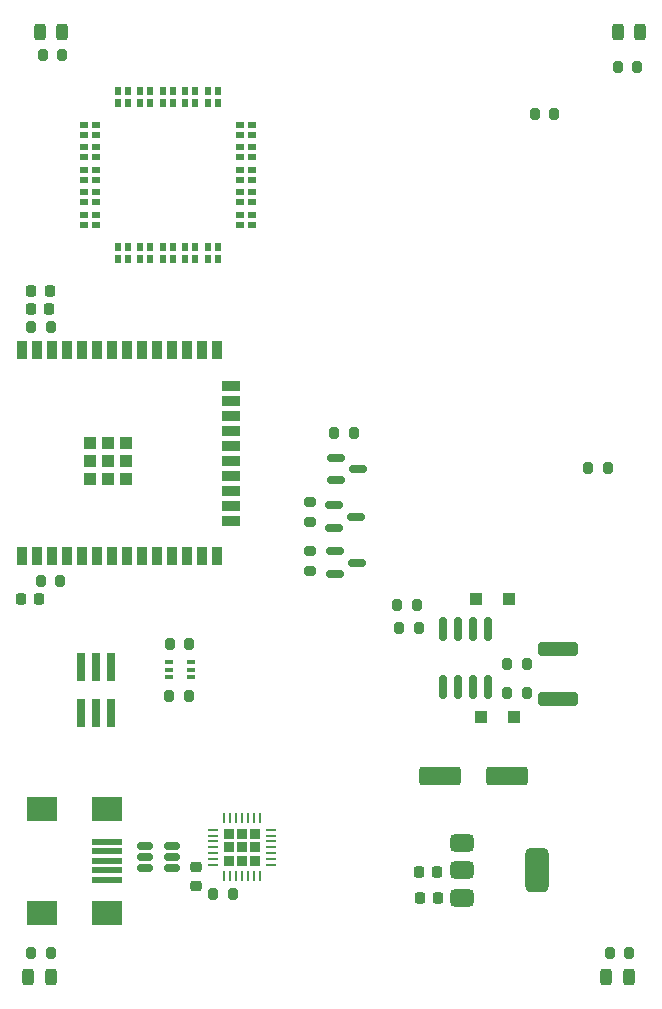
<source format=gbr>
%TF.GenerationSoftware,KiCad,Pcbnew,9.0.1*%
%TF.CreationDate,2025-09-21T13:40:19+02:00*%
%TF.ProjectId,TocBoatReceiver,546f6342-6f61-4745-9265-636569766572,rev?*%
%TF.SameCoordinates,Original*%
%TF.FileFunction,Paste,Top*%
%TF.FilePolarity,Positive*%
%FSLAX46Y46*%
G04 Gerber Fmt 4.6, Leading zero omitted, Abs format (unit mm)*
G04 Created by KiCad (PCBNEW 9.0.1) date 2025-09-21 13:40:19*
%MOMM*%
%LPD*%
G01*
G04 APERTURE LIST*
G04 Aperture macros list*
%AMRoundRect*
0 Rectangle with rounded corners*
0 $1 Rounding radius*
0 $2 $3 $4 $5 $6 $7 $8 $9 X,Y pos of 4 corners*
0 Add a 4 corners polygon primitive as box body*
4,1,4,$2,$3,$4,$5,$6,$7,$8,$9,$2,$3,0*
0 Add four circle primitives for the rounded corners*
1,1,$1+$1,$2,$3*
1,1,$1+$1,$4,$5*
1,1,$1+$1,$6,$7*
1,1,$1+$1,$8,$9*
0 Add four rect primitives between the rounded corners*
20,1,$1+$1,$2,$3,$4,$5,0*
20,1,$1+$1,$4,$5,$6,$7,0*
20,1,$1+$1,$6,$7,$8,$9,0*
20,1,$1+$1,$8,$9,$2,$3,0*%
G04 Aperture macros list end*
%ADD10RoundRect,0.225000X0.225000X0.250000X-0.225000X0.250000X-0.225000X-0.250000X0.225000X-0.250000X0*%
%ADD11RoundRect,0.200000X-0.200000X-0.275000X0.200000X-0.275000X0.200000X0.275000X-0.200000X0.275000X0*%
%ADD12RoundRect,0.150000X-0.587500X-0.150000X0.587500X-0.150000X0.587500X0.150000X-0.587500X0.150000X0*%
%ADD13RoundRect,0.243750X-0.243750X-0.456250X0.243750X-0.456250X0.243750X0.456250X-0.243750X0.456250X0*%
%ADD14RoundRect,0.200000X0.200000X0.275000X-0.200000X0.275000X-0.200000X-0.275000X0.200000X-0.275000X0*%
%ADD15RoundRect,0.225000X-0.250000X0.225000X-0.250000X-0.225000X0.250000X-0.225000X0.250000X0.225000X0*%
%ADD16RoundRect,0.250000X0.300000X0.300000X-0.300000X0.300000X-0.300000X-0.300000X0.300000X-0.300000X0*%
%ADD17R,2.500000X0.500000*%
%ADD18R,2.500000X2.000000*%
%ADD19RoundRect,0.375000X-0.625000X-0.375000X0.625000X-0.375000X0.625000X0.375000X-0.625000X0.375000X0*%
%ADD20RoundRect,0.500000X-0.500000X-1.400000X0.500000X-1.400000X0.500000X1.400000X-0.500000X1.400000X0*%
%ADD21RoundRect,0.225000X-0.225000X-0.225000X0.225000X-0.225000X0.225000X0.225000X-0.225000X0.225000X0*%
%ADD22RoundRect,0.062500X-0.337500X-0.062500X0.337500X-0.062500X0.337500X0.062500X-0.337500X0.062500X0*%
%ADD23RoundRect,0.062500X-0.062500X-0.337500X0.062500X-0.337500X0.062500X0.337500X-0.062500X0.337500X0*%
%ADD24RoundRect,0.100000X0.225000X0.100000X-0.225000X0.100000X-0.225000X-0.100000X0.225000X-0.100000X0*%
%ADD25RoundRect,0.150000X-0.512500X-0.150000X0.512500X-0.150000X0.512500X0.150000X-0.512500X0.150000X0*%
%ADD26RoundRect,0.200000X-0.275000X0.200000X-0.275000X-0.200000X0.275000X-0.200000X0.275000X0.200000X0*%
%ADD27R,0.740000X2.400000*%
%ADD28RoundRect,0.250000X-1.500000X-0.550000X1.500000X-0.550000X1.500000X0.550000X-1.500000X0.550000X0*%
%ADD29R,0.900000X1.500000*%
%ADD30R,1.500000X0.900000*%
%ADD31R,1.050000X1.050000*%
%ADD32R,0.580000X0.720000*%
%ADD33R,0.720000X0.580000*%
%ADD34RoundRect,0.225000X-0.225000X-0.250000X0.225000X-0.250000X0.225000X0.250000X-0.225000X0.250000X0*%
%ADD35RoundRect,0.250000X1.450000X-0.312500X1.450000X0.312500X-1.450000X0.312500X-1.450000X-0.312500X0*%
%ADD36RoundRect,0.150000X-0.150000X0.825000X-0.150000X-0.825000X0.150000X-0.825000X0.150000X0.825000X0*%
G04 APERTURE END LIST*
D10*
%TO.C,C2*%
X134900000Y-75500000D03*
X133350000Y-75500000D03*
%TD*%
D11*
%TO.C,R6*%
X148750000Y-125000000D03*
X150400000Y-125000000D03*
%TD*%
D12*
%TO.C,Q2*%
X159062500Y-96000000D03*
X159062500Y-97900000D03*
X160937500Y-96950000D03*
%TD*%
D11*
%TO.C,R7*%
X183000000Y-55000000D03*
X184650000Y-55000000D03*
%TD*%
D13*
%TO.C,D1*%
X133125000Y-132000000D03*
X135000000Y-132000000D03*
%TD*%
D14*
%TO.C,R8*%
X182150000Y-88900000D03*
X180500000Y-88900000D03*
%TD*%
D12*
%TO.C,Q4*%
X159125000Y-88050000D03*
X159125000Y-89950000D03*
X161000000Y-89000000D03*
%TD*%
D15*
%TO.C,C4*%
X147300000Y-122750000D03*
X147300000Y-124300000D03*
%TD*%
D16*
%TO.C,D5*%
X174200000Y-110000000D03*
X171400000Y-110000000D03*
%TD*%
D17*
%TO.C,J2*%
X139800000Y-120600000D03*
X139800000Y-121400000D03*
X139800000Y-122200000D03*
X139800000Y-123000000D03*
X139800000Y-123800000D03*
D18*
X139800000Y-117800000D03*
X134300000Y-117800000D03*
X139800000Y-126600000D03*
X134300000Y-126600000D03*
%TD*%
D19*
%TO.C,U2*%
X169850000Y-120700000D03*
X169850000Y-123000000D03*
D20*
X176150000Y-123000000D03*
D19*
X169850000Y-125300000D03*
%TD*%
D21*
%TO.C,U6*%
X150080000Y-119930000D03*
X150080000Y-121050000D03*
X150080000Y-122170000D03*
X151200000Y-119930000D03*
X151200000Y-121050000D03*
X151200000Y-122170000D03*
X152320000Y-119930000D03*
X152320000Y-121050000D03*
X152320000Y-122170000D03*
D22*
X148750000Y-119550000D03*
X148750000Y-120050000D03*
X148750000Y-120550000D03*
X148750000Y-121050000D03*
X148750000Y-121550000D03*
X148750000Y-122050000D03*
X148750000Y-122550000D03*
D23*
X149700000Y-123500000D03*
X150200000Y-123500000D03*
X150700000Y-123500000D03*
X151200000Y-123500000D03*
X151700000Y-123500000D03*
X152200000Y-123500000D03*
X152700000Y-123500000D03*
D22*
X153650000Y-122550000D03*
X153650000Y-122050000D03*
X153650000Y-121550000D03*
X153650000Y-121050000D03*
X153650000Y-120550000D03*
X153650000Y-120050000D03*
X153650000Y-119550000D03*
D23*
X152700000Y-118600000D03*
X152200000Y-118600000D03*
X151700000Y-118600000D03*
X151200000Y-118600000D03*
X150700000Y-118600000D03*
X150200000Y-118600000D03*
X149700000Y-118600000D03*
%TD*%
D10*
%TO.C,C5*%
X167800000Y-125300000D03*
X166250000Y-125300000D03*
%TD*%
D24*
%TO.C,Q1*%
X146900000Y-106650000D03*
X146900000Y-106000000D03*
X146900000Y-105350000D03*
X145000000Y-105350000D03*
X145000000Y-106000000D03*
X145000000Y-106650000D03*
%TD*%
D13*
%TO.C,D3*%
X134125000Y-52000000D03*
X136000000Y-52000000D03*
%TD*%
D11*
%TO.C,R14*%
X164500000Y-102500000D03*
X166150000Y-102500000D03*
%TD*%
%TO.C,R1*%
X134150000Y-98500000D03*
X135800000Y-98500000D03*
%TD*%
D10*
%TO.C,C6*%
X167700000Y-123100000D03*
X166150000Y-123100000D03*
%TD*%
D25*
%TO.C,U1*%
X143000000Y-120900000D03*
X143000000Y-121850000D03*
X143000000Y-122800000D03*
X145275000Y-122800000D03*
X145275000Y-121850000D03*
X145275000Y-120900000D03*
%TD*%
D11*
%TO.C,R9*%
X176000000Y-59000000D03*
X177650000Y-59000000D03*
%TD*%
D26*
%TO.C,R19*%
X157000000Y-96000000D03*
X157000000Y-97650000D03*
%TD*%
D14*
%TO.C,R18*%
X175325000Y-105500000D03*
X173675000Y-105500000D03*
%TD*%
D27*
%TO.C,J1*%
X140100000Y-105800000D03*
X140100000Y-109700000D03*
X138830000Y-105800000D03*
X138830000Y-109700000D03*
X137560000Y-105800000D03*
X137560000Y-109700000D03*
%TD*%
D28*
%TO.C,C7*%
X168000000Y-115000000D03*
X173600000Y-115000000D03*
%TD*%
D13*
%TO.C,D2*%
X182062500Y-132000000D03*
X183937500Y-132000000D03*
%TD*%
D29*
%TO.C,U3*%
X132540000Y-96420000D03*
X133810000Y-96420000D03*
X135080000Y-96420000D03*
X136350000Y-96420000D03*
X137620000Y-96420000D03*
X138890000Y-96420000D03*
X140160000Y-96420000D03*
X141430000Y-96420000D03*
X142700000Y-96420000D03*
X143970000Y-96420000D03*
X145240000Y-96420000D03*
X146510000Y-96420000D03*
X147780000Y-96420000D03*
X149050000Y-96420000D03*
D30*
X150300000Y-93380000D03*
X150300000Y-92110000D03*
X150300000Y-90840000D03*
X150300000Y-89570000D03*
X150300000Y-88300000D03*
X150300000Y-87030000D03*
X150300000Y-85760000D03*
X150300000Y-84490000D03*
X150300000Y-83220000D03*
X150300000Y-81950000D03*
D29*
X149050000Y-78920000D03*
X147780000Y-78920000D03*
X146510000Y-78920000D03*
X145240000Y-78920000D03*
X143970000Y-78920000D03*
X142700000Y-78920000D03*
X141430000Y-78920000D03*
X140160000Y-78920000D03*
X138890000Y-78920000D03*
X137620000Y-78920000D03*
X136350000Y-78920000D03*
X135080000Y-78920000D03*
X133810000Y-78920000D03*
X132540000Y-78920000D03*
D31*
X138355000Y-89875000D03*
X139880000Y-89875000D03*
X141405000Y-89875000D03*
X138355000Y-88350000D03*
X139880000Y-88350000D03*
X141405000Y-88350000D03*
X138355000Y-86825000D03*
X139880000Y-86825000D03*
X141405000Y-86825000D03*
%TD*%
D14*
%TO.C,R15*%
X166000000Y-100500000D03*
X164350000Y-100500000D03*
%TD*%
%TO.C,R16*%
X175325000Y-108010000D03*
X173675000Y-108010000D03*
%TD*%
D11*
%TO.C,R5*%
X133350000Y-77000000D03*
X135000000Y-77000000D03*
%TD*%
D32*
%TO.C,U4*%
X149150000Y-57000000D03*
X148300000Y-57000000D03*
X147250000Y-57000000D03*
X146400000Y-57000000D03*
X145350000Y-57000000D03*
X144500000Y-57000000D03*
X143450000Y-57000000D03*
X142600000Y-57000000D03*
X141550000Y-57000000D03*
X140700000Y-57000000D03*
X149150000Y-58000000D03*
X148300000Y-58000000D03*
X147250000Y-58000000D03*
X146400000Y-58000000D03*
X145350000Y-58000000D03*
X144500000Y-58000000D03*
X143450000Y-58000000D03*
X142600000Y-58000000D03*
X141550000Y-58000000D03*
X140700000Y-58000000D03*
D33*
X152025000Y-59875000D03*
X151025000Y-59875000D03*
X138825000Y-59875000D03*
X137825000Y-59875000D03*
X152025000Y-60725000D03*
X151025000Y-60725000D03*
X138825000Y-60725000D03*
X137825000Y-60725000D03*
X152025000Y-61775000D03*
X151025000Y-61775000D03*
X138825000Y-61775000D03*
X137825000Y-61775000D03*
X152025000Y-62625000D03*
X151025000Y-62625000D03*
X138825000Y-62625000D03*
X137825000Y-62625000D03*
X152025000Y-63675000D03*
X151025000Y-63675000D03*
X138825000Y-63675000D03*
X137825000Y-63675000D03*
X152025000Y-64525000D03*
X151025000Y-64525000D03*
X138825000Y-64525000D03*
X137825000Y-64525000D03*
X152025000Y-65575000D03*
X151025000Y-65575000D03*
X138825000Y-65575000D03*
X137825000Y-65575000D03*
X152025000Y-66425000D03*
X151025000Y-66425000D03*
X138825000Y-66425000D03*
X137825000Y-66425000D03*
X152025000Y-67475000D03*
X151025000Y-67475000D03*
X138825000Y-67475000D03*
X137825000Y-67475000D03*
X152025000Y-68325000D03*
X151025000Y-68325000D03*
X138825000Y-68325000D03*
X137825000Y-68325000D03*
D32*
X149150000Y-70200000D03*
X148300000Y-70200000D03*
X147250000Y-70200000D03*
X146400000Y-70200000D03*
X145350000Y-70200000D03*
X144500000Y-70200000D03*
X143450000Y-70200000D03*
X142600000Y-70200000D03*
X141550000Y-70200000D03*
X140700000Y-70200000D03*
X149150000Y-71200000D03*
X148300000Y-71200000D03*
X147250000Y-71200000D03*
X146400000Y-71200000D03*
X145350000Y-71200000D03*
X144500000Y-71200000D03*
X143450000Y-71200000D03*
X142600000Y-71200000D03*
X141550000Y-71200000D03*
X140700000Y-71200000D03*
%TD*%
D13*
%TO.C,D4*%
X183062500Y-52000000D03*
X184937500Y-52000000D03*
%TD*%
D11*
%TO.C,R4*%
X134350000Y-54000000D03*
X136000000Y-54000000D03*
%TD*%
D34*
%TO.C,C3*%
X132500000Y-100000000D03*
X134050000Y-100000000D03*
%TD*%
D11*
%TO.C,R13*%
X145050000Y-108200000D03*
X146700000Y-108200000D03*
%TD*%
%TO.C,R3*%
X182350000Y-130000000D03*
X184000000Y-130000000D03*
%TD*%
D14*
%TO.C,R12*%
X146750000Y-103800000D03*
X145100000Y-103800000D03*
%TD*%
D12*
%TO.C,Q3*%
X159000000Y-92100000D03*
X159000000Y-94000000D03*
X160875000Y-93050000D03*
%TD*%
D11*
%TO.C,R2*%
X133350000Y-130000000D03*
X135000000Y-130000000D03*
%TD*%
D35*
%TO.C,R17*%
X178000000Y-108500000D03*
X178000000Y-104225000D03*
%TD*%
D11*
%TO.C,R10*%
X159000000Y-86000000D03*
X160650000Y-86000000D03*
%TD*%
D36*
%TO.C,U5*%
X172000000Y-102550000D03*
X170730000Y-102550000D03*
X169460000Y-102550000D03*
X168190000Y-102550000D03*
X168190000Y-107500000D03*
X169460000Y-107500000D03*
X170730000Y-107500000D03*
X172000000Y-107500000D03*
%TD*%
D26*
%TO.C,R11*%
X157000000Y-91850000D03*
X157000000Y-93500000D03*
%TD*%
D16*
%TO.C,D6*%
X173800000Y-100000000D03*
X171000000Y-100000000D03*
%TD*%
D34*
%TO.C,C1*%
X133381750Y-73968250D03*
X134931750Y-73968250D03*
%TD*%
M02*

</source>
